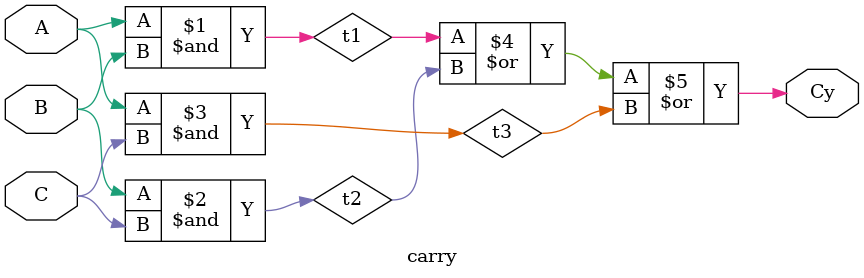
<source format=v>
module carry(A, B, C, Cy);

    input A, B, C;
    output Cy;

    wire t1, t2, t3;

    and a1(t1, A, B), a2(t2, B, C), a3(t3, A, C);
    or o1(Cy, t1, t2, t3);

endmodule
</source>
